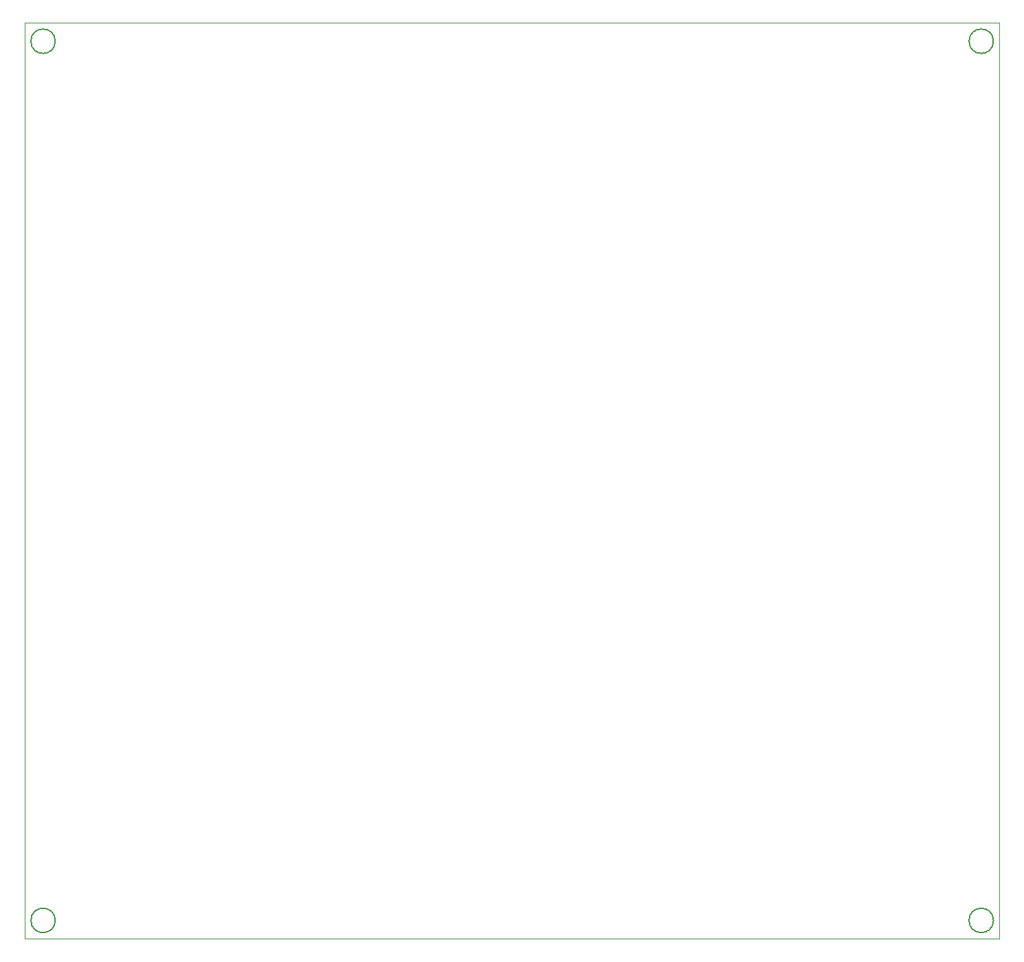
<source format=gbr>
%TF.GenerationSoftware,KiCad,Pcbnew,(6.0.5)*%
%TF.CreationDate,2022-07-29T16:30:45+10:00*%
%TF.ProjectId,gerb,67657262-2e6b-4696-9361-645f70636258,rev?*%
%TF.SameCoordinates,Original*%
%TF.FileFunction,Profile,NP*%
%FSLAX46Y46*%
G04 Gerber Fmt 4.6, Leading zero omitted, Abs format (unit mm)*
G04 Created by KiCad (PCBNEW (6.0.5)) date 2022-07-29 16:30:45*
%MOMM*%
%LPD*%
G01*
G04 APERTURE LIST*
%TA.AperFunction,Profile*%
%ADD10C,0.200000*%
%TD*%
%TA.AperFunction,Profile*%
%ADD11C,0.100000*%
%TD*%
G04 APERTURE END LIST*
D10*
X61000000Y-52250000D02*
G75*
G03*
X61000000Y-52250000I-1500000J0D01*
G01*
X61000000Y-160500000D02*
G75*
G03*
X61000000Y-160500000I-1500000J0D01*
G01*
X176500000Y-52250000D02*
G75*
G03*
X176500000Y-52250000I-1500000J0D01*
G01*
X176500000Y-160500000D02*
G75*
G03*
X176500000Y-160500000I-1500000J0D01*
G01*
D11*
X57250000Y-50000000D02*
X177250000Y-50000000D01*
X177250000Y-50000000D02*
X177250000Y-162750000D01*
X177250000Y-162750000D02*
X57250000Y-162750000D01*
X57250000Y-162750000D02*
X57250000Y-50000000D01*
M02*

</source>
